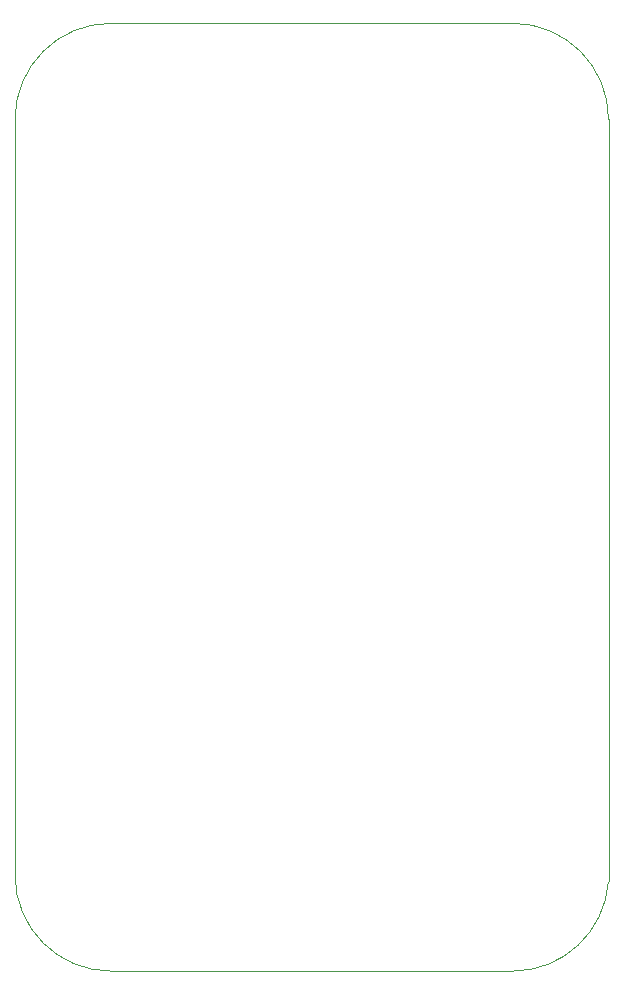
<source format=gbr>
%TF.GenerationSoftware,Altium Limited,Altium Designer,22.7.1 (60)*%
G04 Layer_Color=0*
%FSLAX45Y45*%
%MOMM*%
%TF.SameCoordinates,6F5B2F55-B7AD-49D5-9618-4F223791D6AE*%
%TF.FilePolarity,Positive*%
%TF.FileFunction,Profile,NP*%
%TF.Part,Single*%
G01*
G75*
%TA.AperFunction,Profile*%
%ADD45C,0.02540*%
D45*
X800000Y-12738D02*
G02*
X-12738Y800000I0J812738D01*
G01*
Y7200000D01*
D02*
G02*
X800000Y8012738I812738J0D01*
G01*
X4200000D01*
D02*
G02*
X5012738Y7200000I0J-812738D01*
G01*
Y750000D01*
X5010748Y743164D01*
D02*
G02*
X4200000Y-12738I-810748J56836D01*
G01*
X800000D01*
%TF.MD5,d9785a030e749c0b7d7c780f97007b2e*%
M02*

</source>
